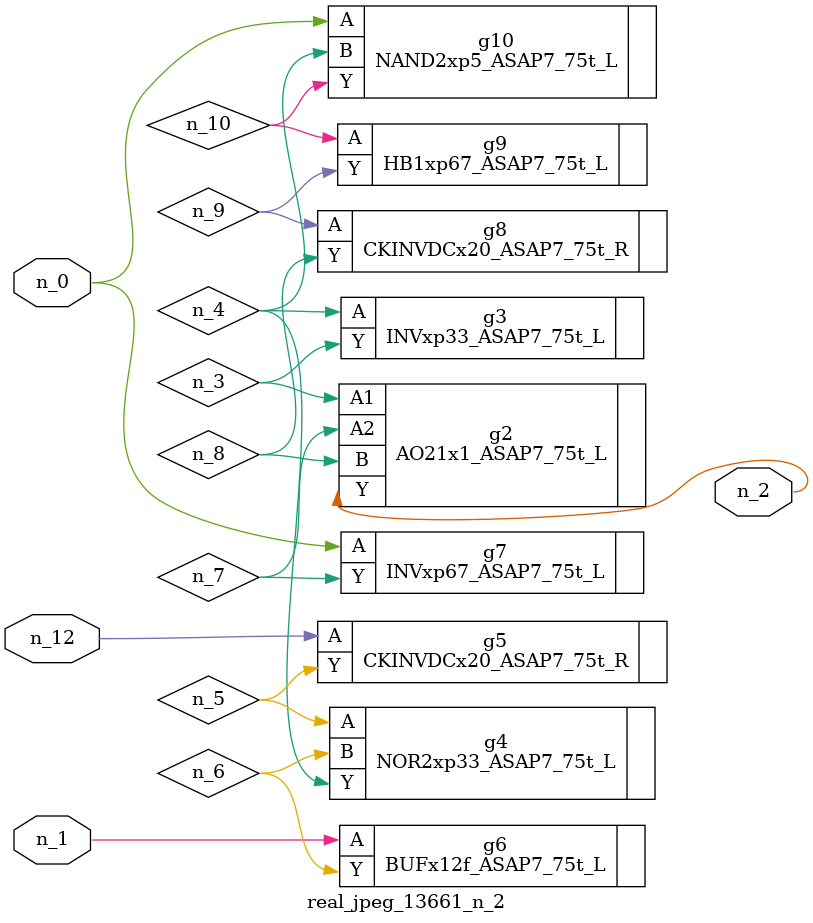
<source format=v>
module real_jpeg_13661_n_2 (n_12, n_1, n_0, n_2);

input n_12;
input n_1;
input n_0;

output n_2;

wire n_5;
wire n_4;
wire n_8;
wire n_6;
wire n_7;
wire n_3;
wire n_10;
wire n_9;

INVxp67_ASAP7_75t_L g7 ( 
.A(n_0),
.Y(n_7)
);

NAND2xp5_ASAP7_75t_L g10 ( 
.A(n_0),
.B(n_4),
.Y(n_10)
);

BUFx12f_ASAP7_75t_L g6 ( 
.A(n_1),
.Y(n_6)
);

AO21x1_ASAP7_75t_L g2 ( 
.A1(n_3),
.A2(n_7),
.B(n_8),
.Y(n_2)
);

INVxp33_ASAP7_75t_L g3 ( 
.A(n_4),
.Y(n_3)
);

NOR2xp33_ASAP7_75t_L g4 ( 
.A(n_5),
.B(n_6),
.Y(n_4)
);

CKINVDCx20_ASAP7_75t_R g8 ( 
.A(n_9),
.Y(n_8)
);

HB1xp67_ASAP7_75t_L g9 ( 
.A(n_10),
.Y(n_9)
);

CKINVDCx20_ASAP7_75t_R g5 ( 
.A(n_12),
.Y(n_5)
);


endmodule
</source>
